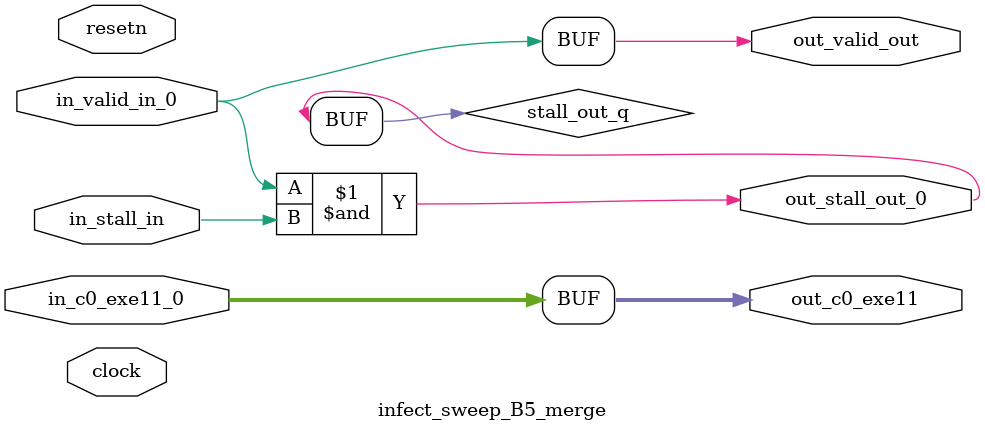
<source format=sv>



(* altera_attribute = "-name AUTO_SHIFT_REGISTER_RECOGNITION OFF; -name MESSAGE_DISABLE 10036; -name MESSAGE_DISABLE 10037; -name MESSAGE_DISABLE 14130; -name MESSAGE_DISABLE 14320; -name MESSAGE_DISABLE 15400; -name MESSAGE_DISABLE 14130; -name MESSAGE_DISABLE 10036; -name MESSAGE_DISABLE 12020; -name MESSAGE_DISABLE 12030; -name MESSAGE_DISABLE 12010; -name MESSAGE_DISABLE 12110; -name MESSAGE_DISABLE 14320; -name MESSAGE_DISABLE 13410; -name MESSAGE_DISABLE 113007; -name MESSAGE_DISABLE 10958" *)
module infect_sweep_B5_merge (
    input wire [31:0] in_c0_exe11_0,
    input wire [0:0] in_stall_in,
    input wire [0:0] in_valid_in_0,
    output wire [31:0] out_c0_exe11,
    output wire [0:0] out_stall_out_0,
    output wire [0:0] out_valid_out,
    input wire clock,
    input wire resetn
    );

    wire [0:0] stall_out_q;


    // out_c0_exe11(GPOUT,5)
    assign out_c0_exe11 = in_c0_exe11_0;

    // stall_out(LOGICAL,8)
    assign stall_out_q = in_valid_in_0 & in_stall_in;

    // out_stall_out_0(GPOUT,6)
    assign out_stall_out_0 = stall_out_q;

    // out_valid_out(GPOUT,7)
    assign out_valid_out = in_valid_in_0;

endmodule

</source>
